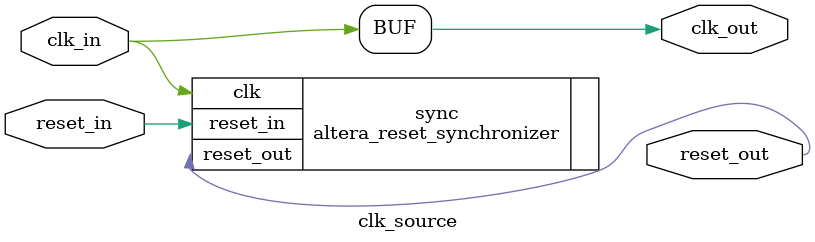
<source format=v>
`timescale 1ns / 1ps


module clk_source (
	input   reset_in,
	input   clk_in,
	output  reset_out,
	output	clk_out

);


	altera_reset_synchronizer sync(
	
    		.reset_in	(reset_in), 
		.clk		(clk_in),
    		.reset_out	(reset_out)
	);

	assign clk_out=clk_in;


endmodule





</source>
